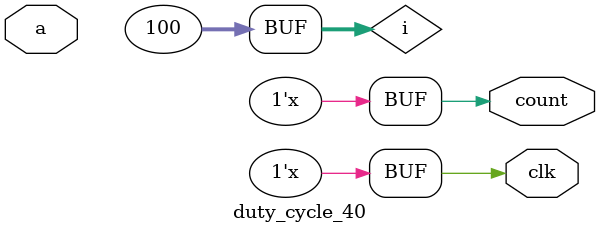
<source format=v>
`timescale 1ns / 1ps


module duty_cycle_40(a,clk,count);
input a;
output reg clk;
output reg count;
integer i;
initial
begin
count=0;
end
always @(a,clk)
begin
for(i=0;i<100;i=i+1)
begin
clk=~clk;
count=count+1;
end
$display("count=%d",count);
end
endmodule

</source>
